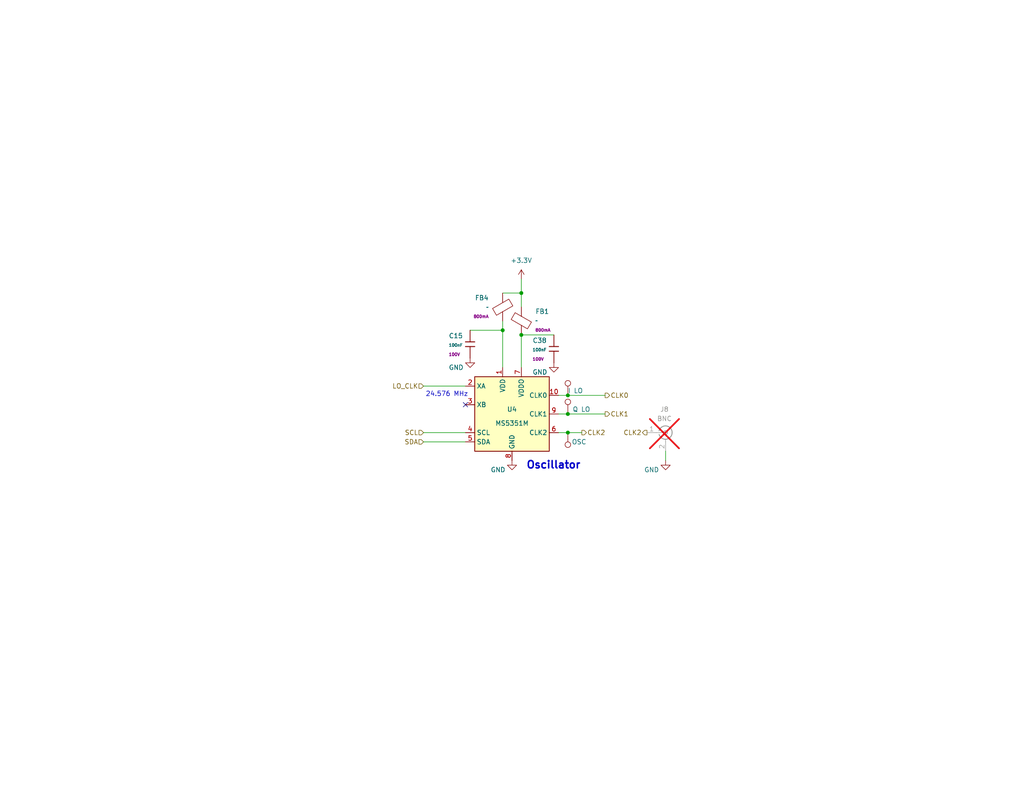
<source format=kicad_sch>
(kicad_sch (version 20250114) (generator "eeschema") (generator_version "9.0")
  (paper "USLetter")
  (title_block (date "2026-01-11") (rev "0.1"))
  (lib_symbols
    (symbol "+3.3V_1" (power) (pin_names (offset 0))
      (property "Value" "+3.3V_1" (at 0 3.556 0))
      (symbol "+3.3V_1_0_1"
        (polyline (pts (xy -0.762 1.27) (xy 0 2.54)))
        (polyline (pts (xy 0 2.54) (xy 0.762 1.27)))
        (polyline (pts (xy 0 0) (xy 0 2.54)))
      )
      (symbol "+3.3V_1_1_1"
        (pin power_in line (at 0 0 90) (length 0) (hide yes) (name "+3.3V") (number "1"))
      )
    )
    (symbol "Connector:Conn_Coaxial" (pin_names (offset 1.016) (hide yes))
      (property "Reference" "J" (at 0.254 3.048 0))
      (property "Value" "Conn_Coaxial" (at 2.921 0 90))
      (symbol "Conn_Coaxial_0_1"
        (polyline (pts (xy -2.54 0) (xy -0.508 0)))
        (arc (start 1.778 0) (mid 0.222 -1.8079) (end -1.778 -0.508) (stroke (width 0.254)))
        (arc (start -1.778 0.508) (mid 0.2221 1.8084) (end 1.778 0) (stroke (width 0.254)))
        (circle (center 0 0) (radius 0.508) (stroke (width 0.2032)))
        (polyline (pts (xy 0 -2.54) (xy 0 -1.778)))
      )
      (symbol "Conn_Coaxial_1_1"
        (pin passive line (at -5.08 0 0) (length 2.54) (name "In") (number "1"))
        (pin passive line (at 0 -5.08 90) (length 2.54) (name "Ext") (number "2"))
      )
    )
    (symbol "Connector:TestPoint" (pin_numbers (hide yes)) (pin_names (offset 0.762) (hide yes))
      (property "Reference" "TP" (at 0 6.858 0))
      (property "Value" "TestPoint" (at 0 5.08 0))
      (symbol "TestPoint_0_1"
        (circle (center 0 3.302) (radius 0.762))
      )
      (symbol "TestPoint_1_1"
        (pin passive line (at 0 0 90) (length 2.54) (name "1") (number "1"))
      )
    )
    (symbol "GND_1" (power) (pin_names (offset 0))
      (property "Value" "GND_1" (at 0 -3.81 0))
      (symbol "GND_1_0_1"
        (polyline (pts (xy 0 0) (xy 0 -1.27) (xy 1.27 -1.27) (xy 0 -2.54) (xy -1.27 -1.27) (xy 0 -1.27)))
      )
      (symbol "GND_1_1_1"
        (pin power_in line (at 0 0 270) (length 0) (hide yes) (name "GND") (number "1"))
      )
    )
    (symbol "Oscillator:Si5351A-B-GT"
      (property "Reference" "U" (at -8.89 11.43 0))
      (property "Value" "Si5351A-B-GT" (at -12.7 -12.7 0))
      (symbol "Si5351A-B-GT_0_1"
        (rectangle (start -10.16 10.16) (end 10.16 -10.16) (stroke (width 0.254)) (fill (type background)))
      )
      (symbol "Si5351A-B-GT_1_1"
        (pin input line (at -12.7 7.62 0) (length 2.54) (name "XA") (number "2"))
        (pin input line (at -12.7 2.54 0) (length 2.54) (name "XB") (number "3"))
        (pin input line (at -12.7 -5.08 0) (length 2.54) (name "SCL") (number "4"))
        (pin bidirectional line (at -12.7 -7.62 0) (length 2.54) (name "SDA") (number "5"))
        (pin power_in line (at -2.54 12.7 270) (length 2.54) (name "VDD") (number "1"))
        (pin power_in line (at 0 -12.7 90) (length 2.54) (name "GND") (number "8"))
        (pin power_in line (at 2.54 12.7 270) (length 2.54) (name "VDDO") (number "7"))
        (pin output line (at 12.7 5.08 180) (length 2.54) (name "CLK0") (number "10"))
        (pin output line (at 12.7 0 180) (length 2.54) (name "CLK1") (number "9"))
        (pin output line (at 12.7 -5.08 180) (length 2.54) (name "CLK2") (number "6"))
      )
    )
    (symbol "PCM_JLCPCB-Capacitors:0805,100nF" (pin_numbers (hide yes)) (pin_names (offset 0))
      (property "Reference" "C" (at 2.032 1.668 0))
      (property "Value" "100nF" (at 2.032 -0.3782 0))
      (property "Voltage Rated" "100V" (at 2.032 -2.0462 0))
      (symbol "0805,100nF_0_1"
        (polyline (pts (xy -1.27 0.635) (xy 1.27 0.635)) (stroke (width 0.254)))
        (polyline (pts (xy -1.27 -0.635) (xy 1.27 -0.635)) (stroke (width 0.254)))
      )
      (symbol "0805,100nF_1_1"
        (pin passive line (at 0 3.81 270) (length 3.175) (name "~") (number "1"))
        (pin passive line (at 0 -3.81 90) (length 3.175) (name "~") (number "2"))
      )
    )
    (symbol "PCM_JLCPCB-Inductors:Ferrite,0805" (pin_numbers (hide yes)) (pin_names (offset 0))
      (property "Reference" "FB" (at 3.4036 1.2508 0))
      (property "Current Rating" "800mA" (at 3.4036 -1.5274 0))
      (symbol "Ferrite,0805_0_1"
        (polyline (pts (xy -2.7686 0.4064) (xy -1.7018 2.2606) (xy 2.7686 -0.3048) (xy 1.6764 -2.159) (xy -2.7686 0.4064)))
        (polyline (pts (xy 0 1.27) (xy 0 1.2954)))
        (polyline (pts (xy 0 -1.27) (xy 0 -1.2192)))
      )
      (symbol "Ferrite,0805_1_1"
        (pin passive line (at 0 3.81 270) (length 2.54) (name "~") (number "1"))
        (pin passive line (at 0 -3.81 90) (length 2.54) (name "~") (number "2"))
      )
    )
  )
  (text "24.576 MHz" (at 121.92 107.696 0) (effects (font (size 1.27 1.27))))
  (text "Oscillator" (at 143.51 128.27 0) (effects (font (size 2.0066 2.0066) (thickness 0.4013) (bold yes)) (justify left bottom)))
  (junction (at 154.94 118.11))
  (junction (at 154.94 107.95))
  (junction (at 142.24 91.44))
  (junction (at 154.94 113.03))
  (junction (at 142.24 80.01))
  (junction (at 137.16 90.17))
  (no_connect (at 127 110.49))
  (wire (pts (xy 137.16 80.01) (xy 142.24 80.01)))
  (wire (pts (xy 154.94 107.95) (xy 165.1 107.95)))
  (wire (pts (xy 115.57 120.65) (xy 127 120.65)))
  (wire (pts (xy 142.24 80.01) (xy 142.24 83.82)))
  (wire (pts (xy 115.57 118.11) (xy 127 118.11)))
  (wire (pts (xy 137.16 87.63) (xy 137.16 90.17)))
  (wire (pts (xy 137.16 90.17) (xy 137.16 100.33)))
  (wire (pts (xy 152.4 113.03) (xy 154.94 113.03)))
  (wire (pts (xy 152.4 107.95) (xy 154.94 107.95)))
  (wire (pts (xy 154.94 113.03) (xy 165.1 113.03)))
  (wire (pts (xy 152.4 118.11) (xy 154.94 118.11)))
  (wire (pts (xy 154.94 118.11) (xy 158.75 118.11)))
  (wire (pts (xy 142.24 91.44) (xy 151.13 91.44)))
  (wire (pts (xy 181.61 125.73) (xy 181.61 123.19)))
  (wire (pts (xy 128.27 90.17) (xy 137.16 90.17)))
  (wire (pts (xy 142.24 76.2) (xy 142.24 80.01)))
  (wire (pts (xy 142.24 91.44) (xy 142.24 100.33)))
  (wire (pts (xy 115.57 105.41) (xy 127 105.41)))
  (hierarchical_label "SCL" (shape input) (at 115.57 118.11 180))
  (hierarchical_label "CLK1" (shape output) (at 165.1 113.03 0))
  (hierarchical_label "LO_CLK" (shape input) (at 115.57 105.41 180))
  (hierarchical_label "CLK0" (shape output) (at 165.1 107.95 0))
  (hierarchical_label "CLK2" (shape output) (at 176.53 118.11 180))
  (hierarchical_label "CLK2" (shape output) (at 158.75 118.11 0))
  (hierarchical_label "SDA" (shape input) (at 115.57 120.65 180))
  (symbol (lib_id "Connector:Conn_Coaxial") (at 181.61 118.11 0) (unit 1) (dnp yes)
    (property "Reference" "J8" (at 181.2926 111.76 0))
    (property "Value" "BNC" (at 181.2926 114.3 0))
    (property "Footprint" "Connector_Coaxial:BNC_TEConnectivity_1478204_Vertical" (effects (hide yes)))
  )
  (symbol (lib_name "GND_1") (lib_id "power:GND") (at 181.61 125.73 0) (unit 1)
    (property "Reference" "#PWR038" (effects (hide yes)))
    (property "Value" "GND" (at 177.8 128.27 0))
  )
  (symbol (lib_id "Connector:TestPoint") (at 154.94 107.95 0) (unit 1)
    (property "Reference" "TP3" (effects (hide yes)))
    (property "Value" "I LO" (at 154.94 106.68 0) (effects (justify left)))
    (property "Footprint" "TestPoint:TestPoint_THTPad_D1.0mm_Drill0.5mm" (effects (hide yes)))
  )
  (symbol (lib_id "Connector:TestPoint") (at 154.94 118.11 180) (unit 1)
    (property "Reference" "TP5" (effects (hide yes)))
    (property "Value" "OSC" (at 160.02 120.65 0) (effects (justify left)))
    (property "Footprint" "TestPoint:TestPoint_THTPad_D1.0mm_Drill0.5mm" (effects (hide yes)))
  )
  (symbol (lib_id "PCM_JLCPCB-Inductors:Ferrite,0805") (at 142.24 87.63 0) (unit 1)
    (property "Reference" "FB1" (at 146.05 85.0391 0) (effects (justify left)))
    (property "Value" "~" (at 146.05 87.5792 0) (effects (font (size 0.8 0.8)) (justify left)))
    (property "Footprint" "PCM_JLCPCB:FB_0805" (effects (hide yes)))
    (property "Datasheet" "https://www.lcsc.com/datasheet/lcsc_datasheet_2310301640_Sunlord-GZ2012D101TF_C1015.pdf" (effects (hide yes)))
    (property "Description" "±25% 100Ω@100MHz 0805 Ferrite Beads ROHS" (effects (hide yes)))
    (property "LCSC" "C1015" (effects (hide yes)))
    (property "Stock" "196104" (effects (hide yes)))
    (property "Price" "0.017USD" (effects (hide yes)))
    (property "Process" "SMT" (effects (hide yes)))
    (property "Minimum Qty" "20" (effects (hide yes)))
    (property "Attrition Qty" "10" (effects (hide yes)))
    (property "Class" "Basic Component" (effects (hide yes)))
    (property "Category" "Filters/EMI Optimization,Ferrite Beads" (effects (hide yes)))
    (property "Manufacturer" "Sunlord" (effects (hide yes)))
    (property "Part" "GZ2012D101TF" (effects (hide yes)))
    (property "Impedance @ Frequency" "100Ω@100MHz" (effects (hide yes)))
    (property "Circuits" "1" (effects (hide yes)))
    (property "Current Rating" "800mA" (at 146.05 90.1192 0) (effects (font (size 0.8 0.8)) (justify left)))
    (property "Tolerance" "±25%" (effects (hide yes)))
  )
  (symbol (lib_id "Oscillator:Si5351A-B-GT") (at 139.7 113.03 0) (unit 1)
    (property "Reference" "U4" (at 139.7 111.76 0))
    (property "Value" "MS5351M" (at 139.7 115.57 0))
    (property "Footprint" "Package_SO:MSOP-10_3x3mm_P0.5mm" (effects (hide yes)))
    (property "Datasheet" "https://datasheet.lcsc.com/lcsc/2012241239_Hangzhou-Ruimeng-Tech-MS5351M_C1509083.pdf" (effects (hide yes)))
    (property "LCSC" "C1509083" (effects (hide yes)))
    (property "JLC" "Extended" (effects (hide yes)))
    (property "JLCPCB Rotation Offset" "270" (effects (hide yes)))
  )
  (symbol (lib_name "+3.3V_1") (lib_id "power:+3.3V") (at 142.24 76.2 0) (unit 1)
    (property "Reference" "#PWR036" (effects (hide yes)))
    (property "Value" "+3.3V" (at 142.24 71.12 0))
  )
  (symbol (lib_id "PCM_JLCPCB-Capacitors:0805,100nF") (at 151.13 95.25 180) (unit 1)
    (property "Reference" "C38" (at 145.288 92.9639 0) (effects (justify right)))
    (property "Value" "100nF" (at 145.288 95.504 0) (effects (font (size 0.8 0.8)) (justify right)))
    (property "Footprint" "PCM_JLCPCB:C_0805" (effects (hide yes)))
    (property "Datasheet" "https://www.lcsc.com/datasheet/lcsc_datasheet_2304140030_Samsung-Electro-Mechanics-CL21B104KCFNNNE_C28233.pdf" (effects (hide yes)))
    (property "Description" "100V 100nF X7R ±10% 0805 Multilayer Ceramic Capacitors MLCC - SMD/SMT ROHS" (effects (hide yes)))
    (property "LCSC" "C28233" (effects (hide yes)))
    (property "Stock" "1168020" (effects (hide yes)))
    (property "Price" "0.009USD" (effects (hide yes)))
    (property "Process" "SMT" (effects (hide yes)))
    (property "Minimum Qty" "20" (effects (hide yes)))
    (property "Attrition Qty" "10" (effects (hide yes)))
    (property "Class" "Basic Component" (effects (hide yes)))
    (property "Category" "Capacitors,Multilayer Ceramic Capacitors MLCC - SMD/SMT" (effects (hide yes)))
    (property "Manufacturer" "Samsung Electro-Mechanics" (effects (hide yes)))
    (property "Part" "CL21B104KCFNNNE" (effects (hide yes)))
    (property "Voltage Rated" "100V" (at 145.288 98.044 0) (effects (font (size 0.8 0.8)) (justify right)))
    (property "Tolerance" "±10%" (effects (hide yes)))
    (property "Capacitance" "100nF" (effects (hide yes)))
    (property "Temperature Coefficient" "X7R" (effects (hide yes)))
  )
  (symbol (lib_id "Connector:TestPoint") (at 154.94 113.03 0) (unit 1)
    (property "Reference" "TP4" (effects (hide yes)))
    (property "Value" "Q LO" (at 156.21 111.76 0) (effects (justify left)))
    (property "Footprint" "TestPoint:TestPoint_THTPad_D1.0mm_Drill0.5mm" (effects (hide yes)))
  )
  (symbol (lib_id "PCM_JLCPCB-Inductors:Ferrite,0805") (at 137.16 83.82 0) (mirror x) (unit 1)
    (property "Reference" "FB4" (at 133.35 81.3307 0) (effects (justify right)))
    (property "Value" "~" (at 133.35 83.8708 0) (effects (font (size 0.8 0.8)) (justify right)))
    (property "Footprint" "PCM_JLCPCB:FB_0805" (effects (hide yes)))
    (property "Datasheet" "https://www.lcsc.com/datasheet/lcsc_datasheet_2310301640_Sunlord-GZ2012D101TF_C1015.pdf" (effects (hide yes)))
    (property "Description" "±25% 100Ω@100MHz 0805 Ferrite Beads ROHS" (effects (hide yes)))
    (property "LCSC" "C1015" (effects (hide yes)))
    (property "Stock" "196104" (effects (hide yes)))
    (property "Price" "0.017USD" (effects (hide yes)))
    (property "Process" "SMT" (effects (hide yes)))
    (property "Minimum Qty" "20" (effects (hide yes)))
    (property "Attrition Qty" "10" (effects (hide yes)))
    (property "Class" "Basic Component" (effects (hide yes)))
    (property "Category" "Filters/EMI Optimization,Ferrite Beads" (effects (hide yes)))
    (property "Manufacturer" "Sunlord" (effects (hide yes)))
    (property "Part" "GZ2012D101TF" (effects (hide yes)))
    (property "Impedance @ Frequency" "100Ω@100MHz" (effects (hide yes)))
    (property "Circuits" "1" (effects (hide yes)))
    (property "Current Rating" "800mA" (at 133.35 86.4108 0) (effects (font (size 0.8 0.8)) (justify right)))
    (property "Tolerance" "±25%" (effects (hide yes)))
  )
  (symbol (lib_name "GND_1") (lib_id "power:GND") (at 139.7 125.73 0) (unit 1)
    (property "Reference" "#PWR035" (effects (hide yes)))
    (property "Value" "GND" (at 135.89 128.27 0))
  )
  (symbol (lib_id "PCM_JLCPCB-Capacitors:0805,100nF") (at 128.27 93.98 180) (unit 1)
    (property "Reference" "C15" (at 122.428 91.6939 0) (effects (justify right)))
    (property "Value" "100nF" (at 122.428 94.234 0) (effects (font (size 0.8 0.8)) (justify right)))
    (property "Footprint" "PCM_JLCPCB:C_0805" (effects (hide yes)))
    (property "Datasheet" "https://www.lcsc.com/datasheet/lcsc_datasheet_2304140030_Samsung-Electro-Mechanics-CL21B104KCFNNNE_C28233.pdf" (effects (hide yes)))
    (property "Description" "100V 100nF X7R ±10% 0805 Multilayer Ceramic Capacitors MLCC - SMD/SMT ROHS" (effects (hide yes)))
    (property "LCSC" "C28233" (effects (hide yes)))
    (property "Stock" "1168020" (effects (hide yes)))
    (property "Price" "0.009USD" (effects (hide yes)))
    (property "Process" "SMT" (effects (hide yes)))
    (property "Minimum Qty" "20" (effects (hide yes)))
    (property "Attrition Qty" "10" (effects (hide yes)))
    (property "Class" "Basic Component" (effects (hide yes)))
    (property "Category" "Capacitors,Multilayer Ceramic Capacitors MLCC - SMD/SMT" (effects (hide yes)))
    (property "Manufacturer" "Samsung Electro-Mechanics" (effects (hide yes)))
    (property "Part" "CL21B104KCFNNNE" (effects (hide yes)))
    (property "Voltage Rated" "100V" (at 122.428 96.774 0) (effects (font (size 0.8 0.8)) (justify right)))
    (property "Tolerance" "±10%" (effects (hide yes)))
    (property "Capacitance" "100nF" (effects (hide yes)))
    (property "Temperature Coefficient" "X7R" (effects (hide yes)))
  )
  (symbol (lib_name "GND_1") (lib_id "power:GND") (at 151.13 99.06 0) (unit 1)
    (property "Reference" "#PWR037" (effects (hide yes)))
    (property "Value" "GND" (at 147.32 101.6 0))
  )
  (symbol (lib_name "GND_1") (lib_id "power:GND") (at 128.27 97.79 0) (unit 1)
    (property "Reference" "#PWR052" (effects (hide yes)))
    (property "Value" "GND" (at 124.46 100.33 0))
  )
)
</source>
